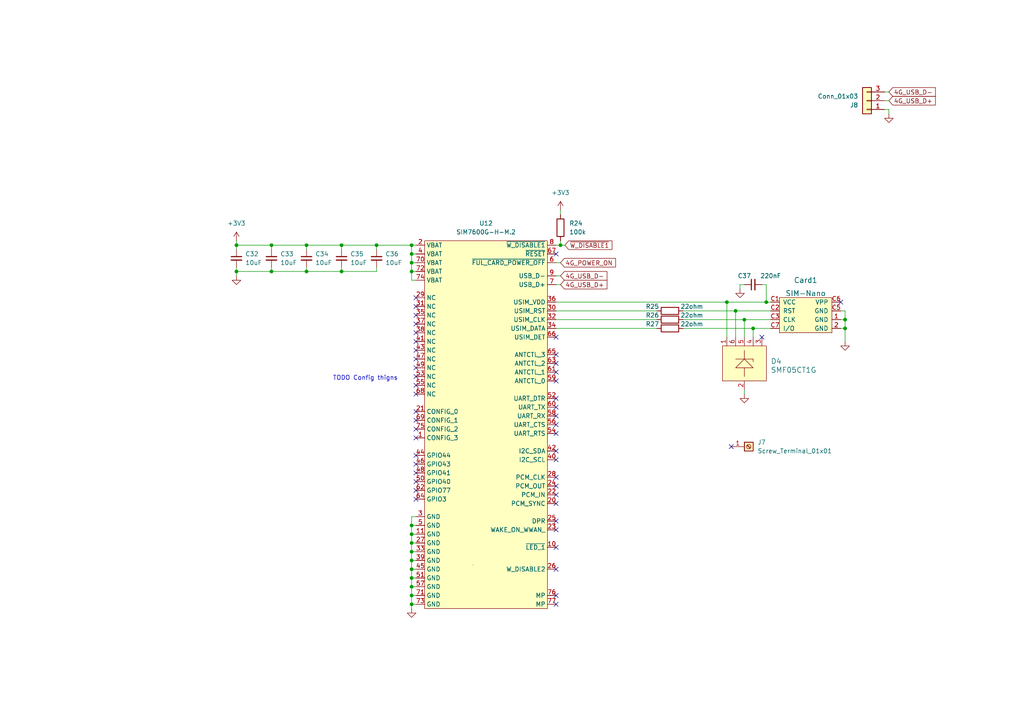
<source format=kicad_sch>
(kicad_sch (version 20230121) (generator eeschema)
  (paper "A4")
  (lib_symbols
    (symbol "Connector:Screw_Terminal_01x01" (pin_names (offset 1.016) hide)
      (property "Reference" "J" (at 0 2.54 0))
      (property "Value" "Screw_Terminal_01x01" (at 0 -2.54 0))
      (symbol "Screw_Terminal_01x01_1_1"
        (rectangle (start -1.27 1.27) (end 1.27 -1.27) (stroke (width 0.254)) (fill (type background)))
        (polyline (pts (xy -0.5334 0.3302) (xy 0.3302 -0.508)) (stroke (width 0.1524)))
        (polyline (pts (xy -0.3556 0.508) (xy 0.508 -0.3302)) (stroke (width 0.1524)))
        (circle (center 0 0) (radius 0.635) (stroke (width 0.1524)))
        (pin passive line (at -5.08 0 0) (length 3.81) (name "Pin_1") (number "1"))
      )
    )
    (symbol "Connector_Generic:Conn_01x03" (pin_names (offset 1.016) hide)
      (property "Reference" "J" (at 0 5.08 0))
      (property "Value" "Conn_01x03" (at 0 -5.08 0))
      (symbol "Conn_01x03_1_1"
        (rectangle (start -1.27 -2.413) (end 0 -2.667) (stroke (width 0.1524)))
        (rectangle (start -1.27 0.127) (end 0 -0.127) (stroke (width 0.1524)))
        (rectangle (start -1.27 2.667) (end 0 2.413) (stroke (width 0.1524)))
        (rectangle (start -1.27 3.81) (end 1.27 -3.81) (stroke (width 0.254)) (fill (type background)))
        (pin passive line (at -5.08 2.54 0) (length 3.81) (name "Pin_1") (number "1"))
        (pin passive line (at -5.08 0 0) (length 3.81) (name "Pin_2") (number "2"))
        (pin passive line (at -5.08 -2.54 0) (length 3.81) (name "Pin_3") (number "3"))
      )
    )
    (symbol "Device:C_Small" (pin_numbers hide) (pin_names (offset 0.254) hide)
      (property "Reference" "C" (at 0.254 1.778 0))
      (property "Value" "C_Small" (at 0.254 -2.032 0))
      (symbol "C_Small_0_1"
        (polyline (pts (xy -1.524 -0.508) (xy 1.524 -0.508)) (stroke (width 0.3302)))
        (polyline (pts (xy -1.524 0.508) (xy 1.524 0.508)) (stroke (width 0.3048)))
      )
      (symbol "C_Small_1_1"
        (pin passive line (at 0 2.54 270) (length 2.032) (name "~") (number "1"))
        (pin passive line (at 0 -2.54 90) (length 2.032) (name "~") (number "2"))
      )
    )
    (symbol "Device:R" (pin_numbers hide) (pin_names (offset 0))
      (property "Reference" "R" (at 2.032 0 90))
      (property "Value" "R" (at 0 0 90))
      (symbol "R_0_1"
        (rectangle (start -1.016 -2.54) (end 1.016 2.54) (stroke (width 0.254)))
      )
      (symbol "R_1_1"
        (pin passive line (at 0 3.81 270) (length 1.27) (name "~") (number "1"))
        (pin passive line (at 0 -3.81 90) (length 1.27) (name "~") (number "2"))
      )
    )
    (symbol "cacophony-library:SIM-Nano" (pin_names (offset 1.016))
      (property "Reference" "Card" (at 0 10.16 0))
      (property "Value" "SIM" (at 0 6.35 0))
      (symbol "SIM-Nano_1_1"
        (rectangle (start -7.62 5.08) (end 7.62 -5.08) (fill (type background)))
        (pin input line (at 10.16 -1.27 180) (length 2.54) (name "GND") (number "1"))
        (pin input line (at 10.16 -3.81 180) (length 2.54) (name "GND") (number "2"))
        (pin unspecified line (at -10.16 3.81 0) (length 2.54) (name "VCC") (number "C1"))
        (pin unspecified line (at -10.16 1.27 0) (length 2.54) (name "RST") (number "C2"))
        (pin unspecified line (at -10.16 -1.27 0) (length 2.54) (name "CLK") (number "C3"))
        (pin unspecified line (at 10.16 1.27 180) (length 2.54) (name "GND") (number "C5"))
        (pin unspecified line (at 10.16 3.81 180) (length 2.54) (name "VPP") (number "C6"))
        (pin unspecified line (at -10.16 -3.81 0) (length 2.54) (name "I/O") (number "C7"))
      )
    )
    (symbol "cacophony-library:SIM7600G-H-M.2"
      (property "Reference" "U" (at 5.08 3.81 0))
      (property "Value" "SIM7600G-H-M.2" (at 5.08 1.27 0))
      (symbol "SIM7600G-H-M.2_0_1"
        (rectangle (start -12.7 -1.27) (end 22.86 -107.95) (fill (type background)))
        (rectangle (start 1.27 -95.25) (end 1.27 -95.25))
      )
      (symbol "SIM7600G-H-M.2_1_1"
        (pin input line (at -15.24 -58.42 0) (length 2.54) (name "CONFIG_3") (number "1"))
        (pin input line (at 25.4 -90.17 180) (length 2.54) (name "~{LED_1}") (number "10"))
        (pin input line (at -15.24 -86.36 0) (length 2.54) (name "GND") (number "11"))
        (pin input line (at -15.24 -2.54 0) (length 2.54) (name "VBAT") (number "2"))
        (pin input line (at 25.4 -77.47 180) (length 2.54) (name "PCM_SYNC") (number "20"))
        (pin input line (at -15.24 -50.8 0) (length 2.54) (name "CONFIG_0") (number "21"))
        (pin input line (at 25.4 -74.93 180) (length 2.54) (name "PCM_IN") (number "22"))
        (pin input line (at 25.4 -85.09 180) (length 2.54) (name "WAKE_ON_WWAN_") (number "23"))
        (pin input line (at 25.4 -72.39 180) (length 2.54) (name "PCM_OUT") (number "24"))
        (pin input line (at 25.4 -82.55 180) (length 2.54) (name "DPR") (number "25"))
        (pin input line (at 25.4 -96.52 180) (length 2.54) (name "W_DISABLE2") (number "26"))
        (pin input line (at -15.24 -88.9 0) (length 2.54) (name "GND") (number "27"))
        (pin input line (at 25.4 -69.85 180) (length 2.54) (name "PCM_CLK") (number "28"))
        (pin input line (at -15.24 -17.78 0) (length 2.54) (name "NC") (number "29"))
        (pin input line (at -15.24 -81.28 0) (length 2.54) (name "GND") (number "3"))
        (pin input line (at 25.4 -21.59 180) (length 2.54) (name "USIM_RST") (number "30"))
        (pin input line (at -15.24 -20.32 0) (length 2.54) (name "NC") (number "31"))
        (pin input line (at 25.4 -24.13 180) (length 2.54) (name "USIM_CLK") (number "32"))
        (pin input line (at -15.24 -91.44 0) (length 2.54) (name "GND") (number "33"))
        (pin input line (at 25.4 -26.67 180) (length 2.54) (name "USIM_DATA") (number "34"))
        (pin input line (at -15.24 -22.86 0) (length 2.54) (name "NC") (number "35"))
        (pin input line (at 25.4 -19.05 180) (length 2.54) (name "USIM_VDD") (number "36"))
        (pin input line (at -15.24 -25.4 0) (length 2.54) (name "NC") (number "37"))
        (pin input line (at -15.24 -27.94 0) (length 2.54) (name "NC") (number "38"))
        (pin input line (at -15.24 -93.98 0) (length 2.54) (name "GND") (number "39"))
        (pin input line (at -15.24 -5.08 0) (length 2.54) (name "VBAT") (number "4"))
        (pin passive line (at 25.4 -64.77 180) (length 2.54) (name "I2C_SCL") (number "40"))
        (pin input line (at -15.24 -30.48 0) (length 2.54) (name "NC") (number "41"))
        (pin passive line (at 25.4 -62.23 180) (length 2.54) (name "I2C_SDA") (number "42"))
        (pin input line (at -15.24 -33.02 0) (length 2.54) (name "NC") (number "43"))
        (pin input line (at -15.24 -63.5 0) (length 2.54) (name "GPIO44") (number "44"))
        (pin input line (at -15.24 -96.52 0) (length 2.54) (name "GND") (number "45"))
        (pin input line (at -15.24 -66.04 0) (length 2.54) (name "GPIO43") (number "46"))
        (pin input line (at -15.24 -35.56 0) (length 2.54) (name "NC") (number "47"))
        (pin input line (at -15.24 -68.58 0) (length 2.54) (name "GPIO41") (number "48"))
        (pin input line (at -15.24 -38.1 0) (length 2.54) (name "NC") (number "49"))
        (pin input line (at -15.24 -83.82 0) (length 2.54) (name "GND") (number "5"))
        (pin input line (at -15.24 -71.12 0) (length 2.54) (name "GPIO40") (number "50"))
        (pin input line (at -15.24 -99.06 0) (length 2.54) (name "GND") (number "51"))
        (pin input line (at 25.4 -46.99 180) (length 2.54) (name "UART_DTR") (number "52"))
        (pin input line (at -15.24 -40.64 0) (length 2.54) (name "NC") (number "53"))
        (pin input line (at 25.4 -57.15 180) (length 2.54) (name "UART_RTS") (number "54"))
        (pin input line (at -15.24 -43.18 0) (length 2.54) (name "NC") (number "55"))
        (pin input line (at 25.4 -54.61 180) (length 2.54) (name "UART_CTS") (number "56"))
        (pin input line (at -15.24 -101.6 0) (length 2.54) (name "GND") (number "57"))
        (pin passive line (at 25.4 -52.07 180) (length 2.54) (name "UART_RX") (number "58"))
        (pin input line (at 25.4 -41.91 180) (length 2.54) (name "ANTCTL_0") (number "59"))
        (pin input line (at 25.4 -7.62 180) (length 2.54) (name "~{FUL_CARD_POWER_OFF}") (number "6"))
        (pin passive line (at 25.4 -49.53 180) (length 2.54) (name "UART_TX") (number "60"))
        (pin input line (at 25.4 -39.37 180) (length 2.54) (name "ANTCTL_1") (number "61"))
        (pin input line (at -15.24 -73.66 0) (length 2.54) (name "GPIO77") (number "62"))
        (pin input line (at 25.4 -36.83 180) (length 2.54) (name "ANTCTL_2") (number "63"))
        (pin input line (at -15.24 -76.2 0) (length 2.54) (name "GPIO3") (number "64"))
        (pin input line (at 25.4 -34.29 180) (length 2.54) (name "ANTCTL_3") (number "65"))
        (pin input line (at 25.4 -29.21 180) (length 2.54) (name "USIM_DET") (number "66"))
        (pin input line (at 25.4 -5.08 180) (length 2.54) (name "~{RESET}") (number "67"))
        (pin input line (at -15.24 -45.72 0) (length 2.54) (name "NC") (number "68"))
        (pin input line (at -15.24 -53.34 0) (length 2.54) (name "CONFIG_1") (number "69"))
        (pin input line (at 25.4 -13.97 180) (length 2.54) (name "USB_D+") (number "7"))
        (pin input line (at -15.24 -7.62 0) (length 2.54) (name "VBAT") (number "70"))
        (pin input line (at -15.24 -104.14 0) (length 2.54) (name "GND") (number "71"))
        (pin input line (at -15.24 -10.16 0) (length 2.54) (name "VBAT") (number "72"))
        (pin input line (at -15.24 -106.68 0) (length 2.54) (name "GND") (number "73"))
        (pin input line (at -15.24 -12.7 0) (length 2.54) (name "VBAT") (number "74"))
        (pin input line (at -15.24 -55.88 0) (length 2.54) (name "CONFIG_2") (number "75"))
        (pin input line (at 25.4 -104.14 180) (length 2.54) (name "MP") (number "76"))
        (pin input line (at 25.4 -106.68 180) (length 2.54) (name "MP") (number "77"))
        (pin input line (at 25.4 -2.54 180) (length 2.54) (name "~{W_DISABLE1}") (number "8"))
        (pin input line (at 25.4 -11.43 180) (length 2.54) (name "USB_D-") (number "9"))
      )
    )
    (symbol "cacophony-library:SMF05CT1G" (pin_names (offset 1.016))
      (property "Reference" "D" (at 7.62 0 0))
      (property "Value" "SMF05CT1G" (at 7.62 -3.81 0))
      (symbol "SMF05CT1G_0_1"
        (rectangle (start -6.35 3.81) (end 6.35 -6.35) (fill (type background)))
        (polyline (pts (xy 0 -2.54) (xy 0 -5.08)))
        (polyline (pts (xy 0 0) (xy 0 2.54)))
      )
      (symbol "SMF05CT1G_1_1"
        (polyline (pts (xy -2.54 0) (xy 2.54 0)))
        (polyline (pts (xy 2.54 0) (xy 2.54 -0.762)))
        (polyline (pts (xy 2.54 -2.54) (xy 0 0) (xy -2.54 -2.54) (xy 2.54 -2.54)) (fill (type background)))
        (pin input line (at -5.08 6.35 270) (length 2.54) (name "") (number "1"))
        (pin input line (at 0 -8.89 90) (length 2.54) (name "") (number "2"))
        (pin input line (at 5.08 6.35 270) (length 2.54) (name "") (number "3"))
        (pin input line (at 2.54 6.35 270) (length 2.54) (name "") (number "4"))
        (pin input line (at 0 6.35 270) (length 2.54) (name "") (number "5"))
        (pin input line (at -2.54 6.35 270) (length 2.54) (name "") (number "6"))
      )
    )
    (symbol "power:+3V3" (power) (pin_names (offset 0))
      (property "Value" "+3V3" (at 0 3.556 0))
      (symbol "+3V3_0_1"
        (polyline (pts (xy -0.762 1.27) (xy 0 2.54)))
        (polyline (pts (xy 0 0) (xy 0 2.54)))
        (polyline (pts (xy 0 2.54) (xy 0.762 1.27)))
      )
      (symbol "+3V3_1_1"
        (pin power_in line (at 0 0 90) (length 0) hide (name "+3V3") (number "1"))
      )
    )
    (symbol "power:GND" (power) (pin_names (offset 0))
      (property "Value" "GND" (at 0 -3.81 0))
      (symbol "GND_0_1"
        (polyline (pts (xy 0 0) (xy 0 -1.27) (xy 1.27 -1.27) (xy 0 -2.54) (xy -1.27 -1.27) (xy 0 -1.27)))
      )
      (symbol "GND_1_1"
        (pin power_in line (at 0 0 270) (length 0) hide (name "GND") (number "1"))
      )
    )
  )
  (junction (at 119.38 157.48))
  (junction (at 119.38 175.26))
  (junction (at 88.9 78.74))
  (junction (at 119.38 165.1))
  (junction (at 88.9 71.12))
  (junction (at 99.06 78.74))
  (junction (at 119.38 172.72))
  (junction (at 119.38 78.74))
  (junction (at 99.06 71.12))
  (junction (at 162.56 71.12))
  (junction (at 245.11 92.71))
  (junction (at 213.36 90.17))
  (junction (at 119.38 162.56))
  (junction (at 119.38 167.64))
  (junction (at 109.22 71.12))
  (junction (at 119.38 73.66))
  (junction (at 210.82 87.63))
  (junction (at 68.58 78.74))
  (junction (at 245.11 95.25))
  (junction (at 119.38 154.94))
  (junction (at 68.58 71.12))
  (junction (at 78.74 78.74))
  (junction (at 222.25 87.63))
  (junction (at 119.38 71.12))
  (junction (at 215.9 92.71))
  (junction (at 119.38 152.4))
  (junction (at 119.38 170.18))
  (junction (at 78.74 71.12))
  (junction (at 119.38 160.02))
  (junction (at 119.38 76.2))
  (junction (at 218.44 95.25))
  (no_connect (at 120.65 132.08))
  (no_connect (at 161.29 130.81))
  (no_connect (at 120.65 106.68))
  (no_connect (at 161.29 115.57))
  (no_connect (at 161.29 133.35))
  (no_connect (at 161.29 107.95))
  (no_connect (at 161.29 175.26))
  (no_connect (at 120.65 111.76))
  (no_connect (at 120.65 101.6))
  (no_connect (at 120.65 96.52))
  (no_connect (at 120.65 104.14))
  (no_connect (at 120.65 91.44))
  (no_connect (at 120.65 127))
  (no_connect (at 120.65 88.9))
  (no_connect (at 161.29 146.05))
  (no_connect (at 120.65 139.7))
  (no_connect (at 161.29 153.67))
  (no_connect (at 120.65 134.62))
  (no_connect (at 120.65 142.24))
  (no_connect (at 161.29 110.49))
  (no_connect (at 120.65 109.22))
  (no_connect (at 161.29 120.65))
  (no_connect (at 120.65 114.3))
  (no_connect (at 243.84 87.63))
  (no_connect (at 212.09 129.54))
  (no_connect (at 161.29 118.11))
  (no_connect (at 120.65 86.36))
  (no_connect (at 161.29 158.75))
  (no_connect (at 161.29 123.19))
  (no_connect (at 161.29 165.1))
  (no_connect (at 161.29 138.43))
  (no_connect (at 161.29 172.72))
  (no_connect (at 120.65 119.38))
  (no_connect (at 161.29 105.41))
  (no_connect (at 120.65 99.06))
  (no_connect (at 161.29 140.97))
  (no_connect (at 120.65 144.78))
  (no_connect (at 120.65 137.16))
  (no_connect (at 161.29 73.66))
  (no_connect (at 161.29 97.79))
  (no_connect (at 161.29 125.73))
  (no_connect (at 161.29 102.87))
  (no_connect (at 161.29 143.51))
  (no_connect (at 120.65 121.92))
  (no_connect (at 120.65 93.98))
  (no_connect (at 120.65 124.46))
  (no_connect (at 161.29 151.13))
  (no_connect (at 220.98 97.79))
  (wire (pts (xy 119.38 78.74) (xy 119.38 81.28)))
  (wire (pts (xy 162.56 69.85) (xy 162.56 71.12)))
  (wire (pts (xy 161.29 76.2) (xy 162.56 76.2)))
  (wire (pts (xy 119.38 157.48) (xy 120.65 157.48)))
  (wire (pts (xy 119.38 152.4) (xy 120.65 152.4)))
  (wire (pts (xy 119.38 167.64) (xy 119.38 165.1)))
  (wire (pts (xy 119.38 165.1) (xy 120.65 165.1)))
  (wire (pts (xy 119.38 71.12) (xy 120.65 71.12)))
  (wire (pts (xy 215.9 92.71) (xy 215.9 97.79)))
  (wire (pts (xy 68.58 71.12) (xy 68.58 72.39)))
  (wire (pts (xy 78.74 78.74) (xy 68.58 78.74)))
  (wire (pts (xy 119.38 175.26) (xy 120.65 175.26)))
  (wire (pts (xy 88.9 71.12) (xy 88.9 72.39)))
  (wire (pts (xy 257.81 29.21) (xy 256.54 29.21)))
  (wire (pts (xy 198.12 95.25) (xy 218.44 95.25)))
  (wire (pts (xy 78.74 77.47) (xy 78.74 78.74)))
  (wire (pts (xy 119.38 176.53) (xy 119.38 175.26)))
  (wire (pts (xy 88.9 78.74) (xy 78.74 78.74)))
  (wire (pts (xy 256.54 31.75) (xy 257.81 31.75)))
  (wire (pts (xy 161.29 95.25) (xy 190.5 95.25)))
  (wire (pts (xy 218.44 95.25) (xy 223.52 95.25)))
  (wire (pts (xy 119.38 78.74) (xy 120.65 78.74)))
  (wire (pts (xy 99.06 71.12) (xy 88.9 71.12)))
  (wire (pts (xy 109.22 71.12) (xy 109.22 72.39)))
  (wire (pts (xy 119.38 71.12) (xy 109.22 71.12)))
  (wire (pts (xy 243.84 95.25) (xy 245.11 95.25)))
  (wire (pts (xy 119.38 165.1) (xy 119.38 162.56)))
  (wire (pts (xy 109.22 78.74) (xy 99.06 78.74)))
  (wire (pts (xy 245.11 90.17) (xy 245.11 92.71)))
  (wire (pts (xy 119.38 170.18) (xy 119.38 167.64)))
  (wire (pts (xy 220.98 82.55) (xy 222.25 82.55)))
  (wire (pts (xy 119.38 170.18) (xy 120.65 170.18)))
  (wire (pts (xy 119.38 167.64) (xy 120.65 167.64)))
  (wire (pts (xy 222.25 87.63) (xy 223.52 87.63)))
  (wire (pts (xy 68.58 69.85) (xy 68.58 71.12)))
  (wire (pts (xy 119.38 73.66) (xy 120.65 73.66)))
  (wire (pts (xy 222.25 87.63) (xy 222.25 82.55)))
  (wire (pts (xy 213.36 90.17) (xy 223.52 90.17)))
  (wire (pts (xy 119.38 154.94) (xy 120.65 154.94)))
  (wire (pts (xy 99.06 78.74) (xy 88.9 78.74)))
  (wire (pts (xy 245.11 95.25) (xy 245.11 92.71)))
  (wire (pts (xy 198.12 92.71) (xy 215.9 92.71)))
  (wire (pts (xy 210.82 87.63) (xy 222.25 87.63)))
  (wire (pts (xy 257.81 31.75) (xy 257.81 33.02)))
  (wire (pts (xy 119.38 71.12) (xy 119.38 73.66)))
  (wire (pts (xy 119.38 160.02) (xy 120.65 160.02)))
  (wire (pts (xy 243.84 90.17) (xy 245.11 90.17)))
  (wire (pts (xy 245.11 99.06) (xy 245.11 95.25)))
  (wire (pts (xy 162.56 60.96) (xy 162.56 62.23)))
  (wire (pts (xy 119.38 162.56) (xy 119.38 160.02)))
  (wire (pts (xy 78.74 71.12) (xy 78.74 72.39)))
  (wire (pts (xy 119.38 175.26) (xy 119.38 172.72)))
  (wire (pts (xy 119.38 154.94) (xy 119.38 152.4)))
  (wire (pts (xy 119.38 81.28) (xy 120.65 81.28)))
  (wire (pts (xy 161.29 92.71) (xy 190.5 92.71)))
  (wire (pts (xy 68.58 77.47) (xy 68.58 78.74)))
  (wire (pts (xy 119.38 149.86) (xy 120.65 149.86)))
  (wire (pts (xy 119.38 162.56) (xy 120.65 162.56)))
  (wire (pts (xy 119.38 172.72) (xy 119.38 170.18)))
  (wire (pts (xy 99.06 71.12) (xy 99.06 72.39)))
  (wire (pts (xy 119.38 160.02) (xy 119.38 157.48)))
  (wire (pts (xy 198.12 90.17) (xy 213.36 90.17)))
  (wire (pts (xy 161.29 82.55) (xy 162.56 82.55)))
  (wire (pts (xy 162.56 71.12) (xy 163.83 71.12)))
  (wire (pts (xy 161.29 87.63) (xy 210.82 87.63)))
  (wire (pts (xy 88.9 77.47) (xy 88.9 78.74)))
  (wire (pts (xy 88.9 71.12) (xy 78.74 71.12)))
  (wire (pts (xy 162.56 71.12) (xy 161.29 71.12)))
  (wire (pts (xy 257.81 26.67) (xy 256.54 26.67)))
  (wire (pts (xy 119.38 73.66) (xy 119.38 76.2)))
  (wire (pts (xy 109.22 71.12) (xy 99.06 71.12)))
  (wire (pts (xy 68.58 78.74) (xy 68.58 80.01)))
  (wire (pts (xy 109.22 77.47) (xy 109.22 78.74)))
  (wire (pts (xy 213.36 90.17) (xy 213.36 97.79)))
  (wire (pts (xy 215.9 82.55) (xy 214.63 82.55)))
  (wire (pts (xy 210.82 87.63) (xy 210.82 97.79)))
  (wire (pts (xy 161.29 90.17) (xy 190.5 90.17)))
  (wire (pts (xy 119.38 76.2) (xy 120.65 76.2)))
  (wire (pts (xy 78.74 71.12) (xy 68.58 71.12)))
  (wire (pts (xy 119.38 152.4) (xy 119.38 149.86)))
  (wire (pts (xy 218.44 95.25) (xy 218.44 97.79)))
  (wire (pts (xy 119.38 76.2) (xy 119.38 78.74)))
  (wire (pts (xy 99.06 77.47) (xy 99.06 78.74)))
  (wire (pts (xy 119.38 172.72) (xy 120.65 172.72)))
  (wire (pts (xy 243.84 92.71) (xy 245.11 92.71)))
  (wire (pts (xy 119.38 157.48) (xy 119.38 154.94)))
  (wire (pts (xy 215.9 92.71) (xy 223.52 92.71)))
  (wire (pts (xy 214.63 82.55) (xy 214.63 83.82)))
  (wire (pts (xy 161.29 80.01) (xy 162.56 80.01)))
  (wire (pts (xy 215.9 113.03) (xy 215.9 114.3)))
  (text "TODO Config thigns" (at 96.52 110.49 0) (effects (font (size 1.27 1.27)) (justify left bottom)))
  (global_label "4G_USB_D-" (shape input) (at 257.81 26.67 0) (property "Intersheetrefs" "${INTERSHEET_REFS}" (effects hide)))
  (global_label "4G_USB_D-" (shape input) (at 162.56 80.01 0) (property "Intersheetrefs" "${INTERSHEET_REFS}" (effects hide)))
  (global_label "4G_POWER_ON" (shape input) (at 162.56 76.2 0) (property "Intersheetrefs" "${INTERSHEET_REFS}" (effects hide)))
  (global_label "~{W_DISABLE1}" (shape input) (at 163.83 71.12 0) (property "Intersheetrefs" "${INTERSHEET_REFS}" (effects hide)))
  (global_label "4G_USB_D+" (shape input) (at 257.81 29.21 0) (property "Intersheetrefs" "${INTERSHEET_REFS}" (effects hide)))
  (global_label "4G_USB_D+" (shape input) (at 162.56 82.55 0) (property "Intersheetrefs" "${INTERSHEET_REFS}" (effects hide)))
  (symbol (lib_id "Connector_Generic:Conn_01x03") (at 251.46 29.21 180) (unit 1) (in_bom no)
    (property "Reference" "J8" (at 248.92 30.4801 0) (effects (justify left)))
    (property "Value" "Conn_01x03" (at 248.92 27.9401 0) (effects (justify left)))
    (property "Footprint" "Connector_PinHeader_2.54mm:PinHeader_1x03_P2.54mm_Vertical" (effects hide))
  )
  (symbol (lib_id "Device:R") (at 194.31 92.71 90) (unit 1)
    (property "Reference" "R26" (at 189.23 91.44 90))
    (property "Value" "22ohm" (at 200.66 91.44 90))
    (property "Footprint" "Resistor_SMD:R_0402_1005Metric" (effects hide))
    (property "LCSC" "C25092" (effects hide))
  )
  (symbol (lib_id "cacophony-library:SIM-Nano") (at 233.68 91.44 0) (unit 1)
    (property "Reference" "Card1" (at 233.68 81.28 0) (effects (font (size 1.524 1.524))))
    (property "Value" "SIM-Nano" (at 233.68 85.09 0) (effects (font (size 1.524 1.524))))
    (property "Footprint" "cacophony-library:SIM-SMD_SMN-304" (effects hide))
    (property "Datasheet" "https://lcsc.com/product-detail/Card-Sockets_SIMDeck_C125618.html" (effects hide))
    (property "Manufacturer" "SOFNG" (effects hide))
    (property "LCSC" "C266889" (effects hide))
    (property "JLC Part" "C266889" (effects hide))
  )
  (symbol (lib_id "power:GND") (at 257.81 33.02 0) (unit 1)
    (property "Reference" "#PWR079" (effects hide))
    (property "Value" "GND" (effects hide))
  )
  (symbol (lib_id "Device:C_Small") (at 99.06 74.93 0) (unit 1)
    (property "Reference" "C35" (at 101.6 73.6662 0) (effects (justify left)))
    (property "Value" "10uF" (at 101.6 76.2062 0) (effects (justify left)))
    (property "Footprint" "Capacitor_SMD:C_0603_1608Metric" (effects hide))
    (property "LCSC" "C19702" (effects hide))
  )
  (symbol (lib_id "Device:C_Small") (at 109.22 74.93 0) (unit 1)
    (property "Reference" "C36" (at 111.76 73.6662 0) (effects (justify left)))
    (property "Value" "10uF" (at 111.76 76.2062 0) (effects (justify left)))
    (property "Footprint" "Capacitor_SMD:C_0603_1608Metric" (effects hide))
    (property "LCSC" "C19702" (effects hide))
  )
  (symbol (lib_id "Device:R") (at 194.31 95.25 90) (unit 1)
    (property "Reference" "R27" (at 189.23 93.98 90))
    (property "Value" "22ohm" (at 200.66 93.98 90))
    (property "Footprint" "Resistor_SMD:R_0402_1005Metric" (effects hide))
    (property "LCSC" "C25092" (effects hide))
  )
  (symbol (lib_id "Device:R") (at 194.31 90.17 90) (unit 1)
    (property "Reference" "R25" (at 189.23 88.9 90))
    (property "Value" "22ohm" (at 200.66 88.9 90))
    (property "Footprint" "Resistor_SMD:R_0402_1005Metric" (effects hide))
    (property "LCSC" "C25092" (effects hide))
  )
  (symbol (lib_id "power:+3V3") (at 68.58 69.85 0) (unit 1)
    (property "Reference" "#PWR072" (effects hide))
    (property "Value" "+3V3" (at 68.58 64.77 0))
  )
  (symbol (lib_id "Device:C_Small") (at 218.44 82.55 90) (unit 1)
    (property "Reference" "C37" (at 215.9 80.01 90))
    (property "Value" "220nF" (at 223.52 80.01 90))
    (property "Footprint" "Capacitor_SMD:C_0402_1005Metric" (effects hide))
    (property "LCSC" "C16772" (effects hide))
  )
  (symbol (lib_id "power:GND") (at 119.38 176.53 0) (unit 1)
    (property "Reference" "#PWR074" (effects hide))
    (property "Value" "GND" (effects hide))
  )
  (symbol (lib_id "power:GND") (at 245.11 99.06 0) (unit 1)
    (property "Reference" "#PWR078" (effects hide))
    (property "Value" "GND" (effects hide))
  )
  (symbol (lib_id "Device:C_Small") (at 88.9 74.93 0) (unit 1)
    (property "Reference" "C34" (at 91.44 73.6662 0) (effects (justify left)))
    (property "Value" "10uF" (at 91.44 76.2062 0) (effects (justify left)))
    (property "Footprint" "Capacitor_SMD:C_0603_1608Metric" (effects hide))
    (property "LCSC" "C19702" (effects hide))
  )
  (symbol (lib_id "power:+3V3") (at 162.56 60.96 0) (unit 1)
    (property "Reference" "#PWR075" (effects hide))
    (property "Value" "+3V3" (at 162.56 55.88 0))
  )
  (symbol (lib_id "cacophony-library:SMF05CT1G") (at 215.9 104.14 0) (unit 1)
    (property "Reference" "D4" (at 223.52 104.775 0) (effects (font (size 1.524 1.524)) (justify left)))
    (property "Value" "SMF05CT1G" (at 223.52 107.315 0) (effects (font (size 1.524 1.524)) (justify left)))
    (property "Footprint" "cacophony-library:SOT-363_L2.0-W1.3-P0.65-LS2.1-BR" (effects hide))
    (property "Datasheet" "https://lcsc.com/product-detail/TVS_ON_SMF05CT1G_SMF05CT1G_C15879.html" (effects hide))
    (property "Manufacturer" "ON" (effects hide))
    (property "LCSC" "C15879" (effects hide))
  )
  (symbol (lib_id "Device:C_Small") (at 78.74 74.93 0) (unit 1)
    (property "Reference" "C33" (at 81.28 73.6662 0) (effects (justify left)))
    (property "Value" "10uF" (at 81.28 76.2062 0) (effects (justify left)))
    (property "Footprint" "Capacitor_SMD:C_0603_1608Metric" (effects hide))
    (property "LCSC" "C19702" (effects hide))
  )
  (symbol (lib_id "power:GND") (at 214.63 83.82 0) (unit 1)
    (property "Reference" "#PWR076" (effects hide))
    (property "Value" "GND" (effects hide))
  )
  (symbol (lib_id "Device:R") (at 162.56 66.04 0) (unit 1)
    (property "Reference" "R24" (at 165.1 64.7699 0) (effects (justify left)))
    (property "Value" "100k" (at 165.1 67.3099 0) (effects (justify left)))
    (property "Footprint" "Resistor_SMD:R_0402_1005Metric" (effects hide))
    (property "LCSC" "C25741" (effects hide))
  )
  (symbol (lib_id "power:GND") (at 215.9 114.3 0) (unit 1)
    (property "Reference" "#PWR077" (effects hide))
    (property "Value" "GND" (effects hide))
  )
  (symbol (lib_id "power:GND") (at 68.58 80.01 0) (unit 1)
    (property "Reference" "#PWR073" (effects hide))
    (property "Value" "GND" (effects hide))
  )
  (symbol (lib_id "Connector:Screw_Terminal_01x01") (at 217.17 129.54 0) (unit 1)
    (property "Reference" "J7" (at 219.71 128.27 0) (effects (justify left)))
    (property "Value" "Screw_Terminal_01x01" (at 219.71 130.8099 0) (effects (justify left)))
    (property "Footprint" "cacophony-library:SMD_BD4.4-L4.4-D2.8" (effects hide))
    (property "LCSC" "C2928178" (effects hide))
  )
  (symbol (lib_id "Device:C_Small") (at 68.58 74.93 0) (unit 1)
    (property "Reference" "C32" (at 71.12 73.6662 0) (effects (justify left)))
    (property "Value" "10uF" (at 71.12 76.2062 0) (effects (justify left)))
    (property "Footprint" "Capacitor_SMD:C_0603_1608Metric" (effects hide))
    (property "LCSC" "C19702" (effects hide))
  )
  (symbol (lib_id "cacophony-library:SIM7600G-H-M.2") (at 135.89 68.58 0) (unit 1)
    (property "Reference" "U12" (at 140.97 64.77 0))
    (property "Value" "SIM7600G-H-M.2" (at 140.97 67.31 0))
    (property "Footprint" "cacophony-library:M.2" (effects hide))
    (property "LCSC" "C2761526" (effects hide))
  )
)
</source>
